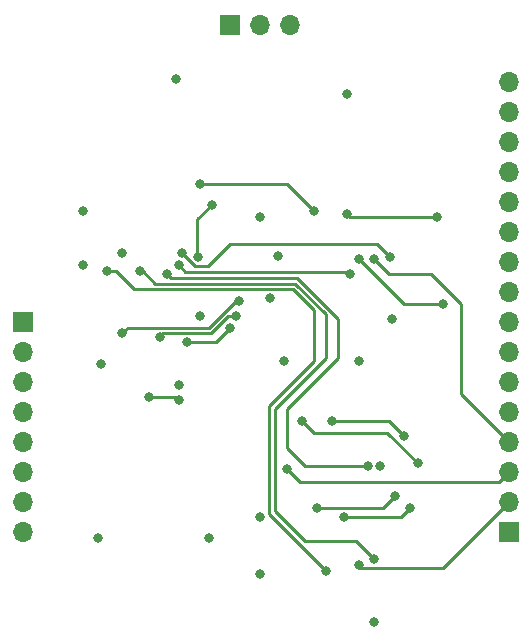
<source format=gbr>
%TF.GenerationSoftware,KiCad,Pcbnew,(6.0.0-0)*%
%TF.CreationDate,2022-03-20T10:25:08-04:00*%
%TF.ProjectId,ADC-Decoder-Controller,4144432d-4465-4636-9f64-65722d436f6e,rev?*%
%TF.SameCoordinates,Original*%
%TF.FileFunction,Copper,L4,Bot*%
%TF.FilePolarity,Positive*%
%FSLAX46Y46*%
G04 Gerber Fmt 4.6, Leading zero omitted, Abs format (unit mm)*
G04 Created by KiCad (PCBNEW (6.0.0-0)) date 2022-03-20 10:25:08*
%MOMM*%
%LPD*%
G01*
G04 APERTURE LIST*
%TA.AperFunction,ComponentPad*%
%ADD10R,1.700000X1.700000*%
%TD*%
%TA.AperFunction,ComponentPad*%
%ADD11O,1.700000X1.700000*%
%TD*%
%TA.AperFunction,ViaPad*%
%ADD12C,0.800000*%
%TD*%
%TA.AperFunction,Conductor*%
%ADD13C,0.250000*%
%TD*%
G04 APERTURE END LIST*
D10*
%TO.P,J3,1,Pin_1*%
%TO.N,~{OE}*%
X107203000Y-69850000D03*
D11*
%TO.P,J3,2,Pin_2*%
%TO.N,GND*%
X109743000Y-69850000D03*
%TO.P,J3,3,Pin_3*%
%TO.N,+5V*%
X112283000Y-69850000D03*
%TD*%
D10*
%TO.P,J2,1,Pin_1*%
%TO.N,~{A0_0}*%
X130810000Y-112781000D03*
D11*
%TO.P,J2,2,Pin_2*%
%TO.N,~{A0_1}*%
X130810000Y-110241000D03*
%TO.P,J2,3,Pin_3*%
%TO.N,~{A0_2}*%
X130810000Y-107701000D03*
%TO.P,J2,4,Pin_4*%
%TO.N,~{A0_GS}*%
X130810000Y-105161000D03*
%TO.P,J2,5,Pin_5*%
%TO.N,~{A1_0}*%
X130810000Y-102621000D03*
%TO.P,J2,6,Pin_6*%
%TO.N,~{A1_1}*%
X130810000Y-100081000D03*
%TO.P,J2,7,Pin_7*%
%TO.N,~{A1_2}*%
X130810000Y-97541000D03*
%TO.P,J2,8,Pin_8*%
%TO.N,~{A1_GS}*%
X130810000Y-95001000D03*
%TO.P,J2,9,Pin_9*%
%TO.N,~{A2_0}*%
X130810000Y-92461000D03*
%TO.P,J2,10,Pin_10*%
%TO.N,~{A2_1}*%
X130810000Y-89921000D03*
%TO.P,J2,11,Pin_11*%
%TO.N,~{A2_2}*%
X130810000Y-87381000D03*
%TO.P,J2,12,Pin_12*%
%TO.N,~{A2_GS}*%
X130810000Y-84841000D03*
%TO.P,J2,13,Pin_13*%
%TO.N,~{A3_0}*%
X130810000Y-82301000D03*
%TO.P,J2,14,Pin_14*%
%TO.N,~{A3_1}*%
X130810000Y-79761000D03*
%TO.P,J2,15,Pin_15*%
%TO.N,~{A3_2}*%
X130810000Y-77221000D03*
%TO.P,J2,16,Pin_16*%
%TO.N,~{A3_GS}*%
X130810000Y-74681000D03*
%TD*%
D10*
%TO.P,J1,1,Pin_1*%
%TO.N,BUS0*%
X89662000Y-94996000D03*
D11*
%TO.P,J1,2,Pin_2*%
%TO.N,BUS1*%
X89662000Y-97536000D03*
%TO.P,J1,3,Pin_3*%
%TO.N,BUS2*%
X89662000Y-100076000D03*
%TO.P,J1,4,Pin_4*%
%TO.N,BUS3*%
X89662000Y-102616000D03*
%TO.P,J1,5,Pin_5*%
%TO.N,BUS4*%
X89662000Y-105156000D03*
%TO.P,J1,6,Pin_6*%
%TO.N,BUS5*%
X89662000Y-107696000D03*
%TO.P,J1,7,Pin_7*%
%TO.N,BUS6*%
X89662000Y-110236000D03*
%TO.P,J1,8,Pin_8*%
%TO.N,BUS7*%
X89662000Y-112776000D03*
%TD*%
D12*
%TO.N,~{ACTIVE}*%
X104648000Y-83312000D03*
X114300000Y-85598000D03*
%TO.N,D3*%
X105664000Y-85090000D03*
X104463320Y-89468721D03*
%TO.N,D2*%
X103546173Y-96678011D03*
X107188000Y-95504000D03*
%TO.N,D1*%
X107696000Y-94488000D03*
X101268184Y-96228500D03*
%TO.N,D0*%
X107945701Y-93222299D03*
X98109000Y-95947000D03*
%TO.N,~{A0_1}*%
X118110000Y-115570000D03*
%TO.N,~{A0_2}*%
X112014000Y-107442000D03*
%TO.N,~{A0_GS}*%
X119380000Y-89666299D03*
%TO.N,~{A1_1}*%
X122428000Y-110744000D03*
X116840000Y-111506000D03*
%TO.N,~{A1_2}*%
X113284000Y-103378000D03*
X123113500Y-106976500D03*
%TO.N,~{A1_GS}*%
X118110000Y-89662000D03*
X125222000Y-93472000D03*
%TO.N,~{A2_1}*%
X121150587Y-109721723D03*
X114554000Y-110744000D03*
%TO.N,~{A2_2}*%
X121920000Y-104648000D03*
X115824000Y-103378000D03*
%TO.N,~{A2_GS}*%
X124714000Y-86106000D03*
X117094000Y-85852000D03*
%TO.N,~{OE}*%
X100330000Y-101346000D03*
X102870000Y-101600000D03*
%TO.N,GND*%
X117094000Y-75692000D03*
X119888000Y-107188000D03*
X120904000Y-94742000D03*
X96266000Y-98552000D03*
X109728000Y-116332000D03*
X119380000Y-120396000D03*
X102616000Y-74422000D03*
X105410000Y-113284000D03*
X98044000Y-89154000D03*
X118110000Y-98298000D03*
X104648000Y-94488000D03*
X96012000Y-113284000D03*
X111252000Y-89408000D03*
X94742000Y-90170000D03*
%TO.N,+5V*%
X102870000Y-100330000D03*
X109734079Y-86068475D03*
X110570333Y-92926500D03*
X109728000Y-111506000D03*
X111760000Y-98298000D03*
X94742000Y-85598000D03*
%TO.N,Net-(U1-Pad6)*%
X96774000Y-90678000D03*
X115316000Y-116078000D03*
%TO.N,Net-(U1-Pad8)*%
X119380000Y-115062000D03*
X99568000Y-90678000D03*
%TO.N,Net-(U2-Pad6)*%
X118872000Y-107188000D03*
X101854000Y-90932000D03*
%TO.N,Net-(U3-Pad7)*%
X102870000Y-90170000D03*
X117348000Y-90932000D03*
%TO.N,Net-(U3-Pad9)*%
X120781299Y-89530701D03*
X103124000Y-89154000D03*
%TD*%
D13*
%TO.N,~{ACTIVE}*%
X112014000Y-83312000D02*
X114300000Y-85598000D01*
X104648000Y-83312000D02*
X112014000Y-83312000D01*
%TO.N,D3*%
X104459000Y-89464401D02*
X104463320Y-89468721D01*
X104459000Y-86295000D02*
X104459000Y-89464401D01*
X105664000Y-85090000D02*
X104459000Y-86295000D01*
%TO.N,D2*%
X106013989Y-96678011D02*
X103546173Y-96678011D01*
X107188000Y-95504000D02*
X106013989Y-96678011D01*
%TO.N,D1*%
X107061704Y-94488000D02*
X105596193Y-95953511D01*
X105596193Y-95953511D02*
X101543173Y-95953511D01*
X107696000Y-94488000D02*
X107061704Y-94488000D01*
X101543173Y-95953511D02*
X101268184Y-96228500D01*
%TO.N,D0*%
X98109000Y-95947000D02*
X98552000Y-95504000D01*
X105410000Y-95504000D02*
X107691701Y-93222299D01*
X98552000Y-95504000D02*
X105410000Y-95504000D01*
X107691701Y-93222299D02*
X107945701Y-93222299D01*
%TO.N,~{A0_1}*%
X130810000Y-110241000D02*
X125264499Y-115786501D01*
X125264499Y-115786501D02*
X118326501Y-115786501D01*
X118326501Y-115786501D02*
X118110000Y-115570000D01*
%TO.N,~{A0_2}*%
X130810000Y-107701000D02*
X129960000Y-108551000D01*
X113123000Y-108551000D02*
X112014000Y-107442000D01*
X129960000Y-108551000D02*
X113123000Y-108551000D01*
%TO.N,~{A0_GS}*%
X126746000Y-101097000D02*
X126746000Y-93472000D01*
X120645701Y-90932000D02*
X119380000Y-89666299D01*
X130810000Y-105161000D02*
X126746000Y-101097000D01*
X126746000Y-93472000D02*
X124206000Y-90932000D01*
X124206000Y-90932000D02*
X120645701Y-90932000D01*
%TO.N,~{A1_1}*%
X121666000Y-111506000D02*
X119380000Y-111506000D01*
X119380000Y-111506000D02*
X116840000Y-111506000D01*
X122428000Y-110744000D02*
X121666000Y-111506000D01*
%TO.N,~{A1_2}*%
X120531000Y-104394000D02*
X123113500Y-106976500D01*
X114300000Y-104394000D02*
X120531000Y-104394000D01*
X113284000Y-103378000D02*
X114300000Y-104394000D01*
%TO.N,~{A1_GS}*%
X121920000Y-93472000D02*
X118110000Y-89662000D01*
X125222000Y-93472000D02*
X121920000Y-93472000D01*
%TO.N,~{A2_1}*%
X120128310Y-110744000D02*
X121150587Y-109721723D01*
X114554000Y-110744000D02*
X120128310Y-110744000D01*
%TO.N,~{A2_2}*%
X121158000Y-103886000D02*
X120650000Y-103378000D01*
X120650000Y-103378000D02*
X115824000Y-103378000D01*
X121920000Y-104648000D02*
X121158000Y-103886000D01*
%TO.N,~{A2_GS}*%
X117348000Y-86106000D02*
X117094000Y-85852000D01*
X124714000Y-86106000D02*
X117348000Y-86106000D01*
%TO.N,~{OE}*%
X100330000Y-101346000D02*
X102616000Y-101346000D01*
X102616000Y-101346000D02*
X102870000Y-101600000D01*
%TO.N,Net-(U1-Pad6)*%
X110490000Y-107188000D02*
X110490000Y-111252000D01*
X114300000Y-93980000D02*
X114300000Y-96266000D01*
X111760000Y-112522000D02*
X115316000Y-116078000D01*
X113030000Y-92710000D02*
X114300000Y-93980000D01*
X112014000Y-100584000D02*
X110490000Y-102108000D01*
X112522000Y-92202000D02*
X113030000Y-92710000D01*
X98806000Y-91948000D02*
X99060000Y-92202000D01*
X97536000Y-90678000D02*
X98806000Y-91948000D01*
X114300000Y-96266000D02*
X114300000Y-98298000D01*
X110490000Y-102108000D02*
X110490000Y-107188000D01*
X96774000Y-90678000D02*
X97536000Y-90678000D01*
X99060000Y-92202000D02*
X104140000Y-92202000D01*
X104140000Y-92202000D02*
X112522000Y-92202000D01*
X114300000Y-98298000D02*
X112014000Y-100584000D01*
X110490000Y-111252000D02*
X111760000Y-112522000D01*
%TO.N,Net-(U1-Pad8)*%
X117856000Y-113538000D02*
X119380000Y-115062000D01*
X117602000Y-113538000D02*
X117856000Y-113538000D01*
X113030000Y-113030000D02*
X113538000Y-113538000D01*
X112708194Y-91752490D02*
X115316000Y-94360296D01*
X114046000Y-99314000D02*
X110998000Y-102362000D01*
X99822000Y-90678000D02*
X100896489Y-91752489D01*
X115316000Y-96266000D02*
X115316000Y-98044000D01*
X100896489Y-91752489D02*
X112708194Y-91752490D01*
X115316000Y-98044000D02*
X114046000Y-99314000D01*
X110998000Y-110998000D02*
X113030000Y-113030000D01*
X115316000Y-94360296D02*
X115316000Y-96266000D01*
X110998000Y-102362000D02*
X110998000Y-105156000D01*
X110998000Y-105156000D02*
X110998000Y-110998000D01*
X113538000Y-113538000D02*
X117602000Y-113538000D01*
X99568000Y-90678000D02*
X99822000Y-90678000D01*
%TO.N,Net-(U2-Pad6)*%
X113538000Y-107188000D02*
X118872000Y-107188000D01*
X112894388Y-91302980D02*
X116332000Y-94740592D01*
X102224978Y-91302978D02*
X112894388Y-91302980D01*
X116332000Y-98044000D02*
X112014000Y-102362000D01*
X101854000Y-90932000D02*
X102224978Y-91302978D01*
X112014000Y-102362000D02*
X112014000Y-105664000D01*
X116332000Y-94740592D02*
X116332000Y-98044000D01*
X112014000Y-105664000D02*
X113538000Y-107188000D01*
%TO.N,Net-(U3-Pad7)*%
X103436489Y-90736489D02*
X117152489Y-90736489D01*
X102870000Y-90170000D02*
X103436489Y-90736489D01*
X117152489Y-90736489D02*
X117348000Y-90932000D01*
%TO.N,Net-(U3-Pad9)*%
X119642598Y-88392000D02*
X120781299Y-89530701D01*
X104256978Y-90286978D02*
X105311658Y-90286978D01*
X103124000Y-89154000D02*
X104256978Y-90286978D01*
X105311658Y-90286978D02*
X107206636Y-88392000D01*
X107206636Y-88392000D02*
X119642598Y-88392000D01*
%TD*%
M02*

</source>
